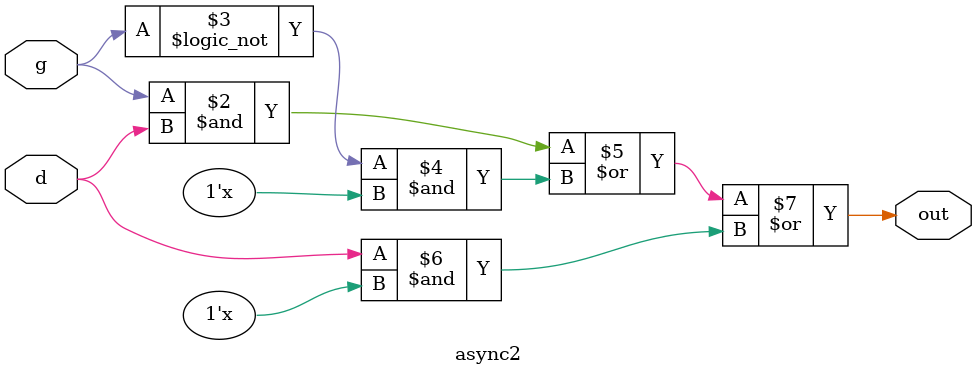
<source format=v>

module async1 (out, g, d);
output out;
input g, d;

assign out = g & d | !g & out | d & out;

endmodule


module async2 (out, g, d);
output out;
input g, d;
reg out;

always @(g or d or out)
begin
	out = g & d | !g & out | d & out;
end

endmodule




</source>
